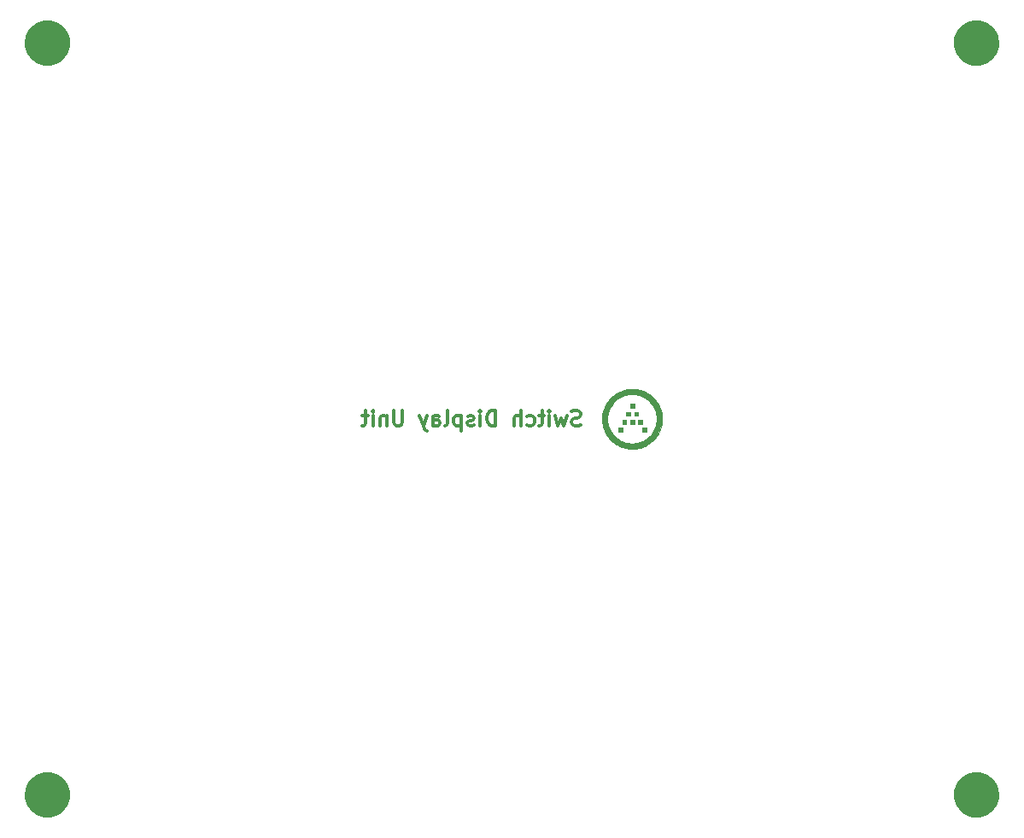
<source format=gbs>
G04 #@! TF.GenerationSoftware,KiCad,Pcbnew,(5.0.2)-1*
G04 #@! TF.CreationDate,2019-04-26T21:23:54-07:00*
G04 #@! TF.ProjectId,Summit Bottom,53756d6d-6974-4204-926f-74746f6d2e6b,rev?*
G04 #@! TF.SameCoordinates,Original*
G04 #@! TF.FileFunction,Soldermask,Bot*
G04 #@! TF.FilePolarity,Negative*
%FSLAX46Y46*%
G04 Gerber Fmt 4.6, Leading zero omitted, Abs format (unit mm)*
G04 Created by KiCad (PCBNEW (5.0.2)-1) date 4/26/2019 9:23:54 PM*
%MOMM*%
%LPD*%
G01*
G04 APERTURE LIST*
%ADD10C,0.300000*%
%ADD11C,0.010000*%
%ADD12C,0.100000*%
G04 APERTURE END LIST*
D10*
X92506250Y-74425892D02*
X92291964Y-74497321D01*
X91934821Y-74497321D01*
X91791964Y-74425892D01*
X91720535Y-74354464D01*
X91649107Y-74211607D01*
X91649107Y-74068750D01*
X91720535Y-73925892D01*
X91791964Y-73854464D01*
X91934821Y-73783035D01*
X92220535Y-73711607D01*
X92363392Y-73640178D01*
X92434821Y-73568750D01*
X92506250Y-73425892D01*
X92506250Y-73283035D01*
X92434821Y-73140178D01*
X92363392Y-73068750D01*
X92220535Y-72997321D01*
X91863392Y-72997321D01*
X91649107Y-73068750D01*
X91149107Y-73497321D02*
X90863392Y-74497321D01*
X90577678Y-73783035D01*
X90291964Y-74497321D01*
X90006250Y-73497321D01*
X89434821Y-74497321D02*
X89434821Y-73497321D01*
X89434821Y-72997321D02*
X89506250Y-73068750D01*
X89434821Y-73140178D01*
X89363392Y-73068750D01*
X89434821Y-72997321D01*
X89434821Y-73140178D01*
X88934821Y-73497321D02*
X88363392Y-73497321D01*
X88720535Y-72997321D02*
X88720535Y-74283035D01*
X88649107Y-74425892D01*
X88506250Y-74497321D01*
X88363392Y-74497321D01*
X87220535Y-74425892D02*
X87363392Y-74497321D01*
X87649107Y-74497321D01*
X87791964Y-74425892D01*
X87863392Y-74354464D01*
X87934821Y-74211607D01*
X87934821Y-73783035D01*
X87863392Y-73640178D01*
X87791964Y-73568750D01*
X87649107Y-73497321D01*
X87363392Y-73497321D01*
X87220535Y-73568750D01*
X86577678Y-74497321D02*
X86577678Y-72997321D01*
X85934821Y-74497321D02*
X85934821Y-73711607D01*
X86006250Y-73568750D01*
X86149107Y-73497321D01*
X86363392Y-73497321D01*
X86506250Y-73568750D01*
X86577678Y-73640178D01*
X84077678Y-74497321D02*
X84077678Y-72997321D01*
X83720535Y-72997321D01*
X83506250Y-73068750D01*
X83363392Y-73211607D01*
X83291964Y-73354464D01*
X83220535Y-73640178D01*
X83220535Y-73854464D01*
X83291964Y-74140178D01*
X83363392Y-74283035D01*
X83506250Y-74425892D01*
X83720535Y-74497321D01*
X84077678Y-74497321D01*
X82577678Y-74497321D02*
X82577678Y-73497321D01*
X82577678Y-72997321D02*
X82649107Y-73068750D01*
X82577678Y-73140178D01*
X82506250Y-73068750D01*
X82577678Y-72997321D01*
X82577678Y-73140178D01*
X81934821Y-74425892D02*
X81791964Y-74497321D01*
X81506250Y-74497321D01*
X81363392Y-74425892D01*
X81291964Y-74283035D01*
X81291964Y-74211607D01*
X81363392Y-74068750D01*
X81506250Y-73997321D01*
X81720535Y-73997321D01*
X81863392Y-73925892D01*
X81934821Y-73783035D01*
X81934821Y-73711607D01*
X81863392Y-73568750D01*
X81720535Y-73497321D01*
X81506250Y-73497321D01*
X81363392Y-73568750D01*
X80649107Y-73497321D02*
X80649107Y-74997321D01*
X80649107Y-73568750D02*
X80506250Y-73497321D01*
X80220535Y-73497321D01*
X80077678Y-73568750D01*
X80006250Y-73640178D01*
X79934821Y-73783035D01*
X79934821Y-74211607D01*
X80006250Y-74354464D01*
X80077678Y-74425892D01*
X80220535Y-74497321D01*
X80506250Y-74497321D01*
X80649107Y-74425892D01*
X79077678Y-74497321D02*
X79220535Y-74425892D01*
X79291964Y-74283035D01*
X79291964Y-72997321D01*
X77863392Y-74497321D02*
X77863392Y-73711607D01*
X77934821Y-73568750D01*
X78077678Y-73497321D01*
X78363392Y-73497321D01*
X78506250Y-73568750D01*
X77863392Y-74425892D02*
X78006250Y-74497321D01*
X78363392Y-74497321D01*
X78506250Y-74425892D01*
X78577678Y-74283035D01*
X78577678Y-74140178D01*
X78506250Y-73997321D01*
X78363392Y-73925892D01*
X78006250Y-73925892D01*
X77863392Y-73854464D01*
X77291964Y-73497321D02*
X76934821Y-74497321D01*
X76577678Y-73497321D02*
X76934821Y-74497321D01*
X77077678Y-74854464D01*
X77149107Y-74925892D01*
X77291964Y-74997321D01*
X74863392Y-72997321D02*
X74863392Y-74211607D01*
X74791964Y-74354464D01*
X74720535Y-74425892D01*
X74577678Y-74497321D01*
X74291964Y-74497321D01*
X74149107Y-74425892D01*
X74077678Y-74354464D01*
X74006250Y-74211607D01*
X74006250Y-72997321D01*
X73291964Y-73497321D02*
X73291964Y-74497321D01*
X73291964Y-73640178D02*
X73220535Y-73568750D01*
X73077678Y-73497321D01*
X72863392Y-73497321D01*
X72720535Y-73568750D01*
X72649107Y-73711607D01*
X72649107Y-74497321D01*
X71934821Y-74497321D02*
X71934821Y-73497321D01*
X71934821Y-72997321D02*
X72006250Y-73068750D01*
X71934821Y-73140178D01*
X71863392Y-73068750D01*
X71934821Y-72997321D01*
X71934821Y-73140178D01*
X71434821Y-73497321D02*
X70863392Y-73497321D01*
X71220535Y-72997321D02*
X71220535Y-74283035D01*
X71149107Y-74425892D01*
X71006250Y-74497321D01*
X70863392Y-74497321D01*
D11*
G04 #@! TO.C,G\002A\002A\002A*
G36*
X97440750Y-72739250D02*
X97845562Y-72739250D01*
X97845562Y-72334438D01*
X97440750Y-72334438D01*
X97440750Y-72739250D01*
X97440750Y-72739250D01*
G37*
X97440750Y-72739250D02*
X97845562Y-72739250D01*
X97845562Y-72334438D01*
X97440750Y-72334438D01*
X97440750Y-72739250D01*
G36*
X97035937Y-73525063D02*
X97440750Y-73525063D01*
X97440750Y-73144063D01*
X97035937Y-73144063D01*
X97035937Y-73525063D01*
X97035937Y-73525063D01*
G37*
X97035937Y-73525063D02*
X97440750Y-73525063D01*
X97440750Y-73144063D01*
X97035937Y-73144063D01*
X97035937Y-73525063D01*
G36*
X97845562Y-73525063D02*
X98226562Y-73525063D01*
X98226562Y-73144063D01*
X97845562Y-73144063D01*
X97845562Y-73525063D01*
X97845562Y-73525063D01*
G37*
X97845562Y-73525063D02*
X98226562Y-73525063D01*
X98226562Y-73144063D01*
X97845562Y-73144063D01*
X97845562Y-73525063D01*
G36*
X96654937Y-74334688D02*
X97035937Y-74334688D01*
X97035937Y-73929875D01*
X96654937Y-73929875D01*
X96654937Y-74334688D01*
X96654937Y-74334688D01*
G37*
X96654937Y-74334688D02*
X97035937Y-74334688D01*
X97035937Y-73929875D01*
X96654937Y-73929875D01*
X96654937Y-74334688D01*
G36*
X97440750Y-74334688D02*
X97845562Y-74334688D01*
X97845562Y-73929875D01*
X97440750Y-73929875D01*
X97440750Y-74334688D01*
X97440750Y-74334688D01*
G37*
X97440750Y-74334688D02*
X97845562Y-74334688D01*
X97845562Y-73929875D01*
X97440750Y-73929875D01*
X97440750Y-74334688D01*
G36*
X98226562Y-74334688D02*
X98631375Y-74334688D01*
X98631375Y-73929875D01*
X98226562Y-73929875D01*
X98226562Y-74334688D01*
X98226562Y-74334688D01*
G37*
X98226562Y-74334688D02*
X98631375Y-74334688D01*
X98631375Y-73929875D01*
X98226562Y-73929875D01*
X98226562Y-74334688D01*
G36*
X96250125Y-75120500D02*
X96654937Y-75120500D01*
X96654937Y-74715688D01*
X96250125Y-74715688D01*
X96250125Y-75120500D01*
X96250125Y-75120500D01*
G37*
X96250125Y-75120500D02*
X96654937Y-75120500D01*
X96654937Y-74715688D01*
X96250125Y-74715688D01*
X96250125Y-75120500D01*
G36*
X98631375Y-75120500D02*
X99036187Y-75120500D01*
X99036187Y-74715688D01*
X98631375Y-74715688D01*
X98631375Y-75120500D01*
X98631375Y-75120500D01*
G37*
X98631375Y-75120500D02*
X99036187Y-75120500D01*
X99036187Y-74715688D01*
X98631375Y-74715688D01*
X98631375Y-75120500D01*
G36*
X97627281Y-70846795D02*
X97503163Y-70848165D01*
X97391451Y-70852322D01*
X97288858Y-70859669D01*
X97192094Y-70870610D01*
X97097872Y-70885548D01*
X97002903Y-70904887D01*
X96903899Y-70929031D01*
X96858620Y-70941168D01*
X96650073Y-71006406D01*
X96447985Y-71085742D01*
X96253122Y-71178778D01*
X96066251Y-71285118D01*
X95888136Y-71404366D01*
X95735990Y-71522367D01*
X95578322Y-71663092D01*
X95430985Y-71814537D01*
X95294664Y-71975635D01*
X95170042Y-72145317D01*
X95057803Y-72322516D01*
X94958630Y-72506166D01*
X94873208Y-72695197D01*
X94802220Y-72888543D01*
X94753466Y-73056553D01*
X94720395Y-73196539D01*
X94695035Y-73328475D01*
X94676643Y-73457747D01*
X94664475Y-73589743D01*
X94657789Y-73729850D01*
X94657136Y-73755250D01*
X94659855Y-73973547D01*
X94678050Y-74188330D01*
X94711715Y-74399571D01*
X94760844Y-74607239D01*
X94825431Y-74811305D01*
X94889628Y-74975237D01*
X94917711Y-75040502D01*
X94941773Y-75094660D01*
X94963642Y-75141363D01*
X94985143Y-75184263D01*
X95008104Y-75227013D01*
X95034350Y-75273265D01*
X95063475Y-75322906D01*
X95182694Y-75509177D01*
X95312798Y-75683903D01*
X95453921Y-75847215D01*
X95606195Y-75999246D01*
X95769753Y-76140130D01*
X95944726Y-76269998D01*
X96127094Y-76386525D01*
X96179923Y-76417494D01*
X96225836Y-76443471D01*
X96268485Y-76466281D01*
X96311522Y-76487751D01*
X96358599Y-76509707D01*
X96413369Y-76533975D01*
X96474763Y-76560372D01*
X96570996Y-76599919D01*
X96659714Y-76632958D01*
X96746828Y-76661445D01*
X96838252Y-76687339D01*
X96920844Y-76708072D01*
X97085360Y-76743626D01*
X97242455Y-76769303D01*
X97396683Y-76785643D01*
X97552601Y-76793186D01*
X97643156Y-76793763D01*
X97694375Y-76793248D01*
X97742496Y-76792543D01*
X97784376Y-76791710D01*
X97816872Y-76790813D01*
X97836840Y-76789915D01*
X97837625Y-76789859D01*
X98053799Y-76765907D01*
X98266556Y-76726920D01*
X98475037Y-76673217D01*
X98678382Y-76605113D01*
X98875734Y-76522926D01*
X99066232Y-76426975D01*
X99249018Y-76317576D01*
X99399974Y-76212546D01*
X99572901Y-76074199D01*
X99733585Y-75925838D01*
X99881799Y-75767789D01*
X100017321Y-75600382D01*
X100139926Y-75423944D01*
X100249389Y-75238802D01*
X100345487Y-75045285D01*
X100427994Y-74843721D01*
X100496687Y-74634438D01*
X100508832Y-74591380D01*
X100535198Y-74489585D01*
X100556583Y-74393261D01*
X100573391Y-74299117D01*
X100586025Y-74203867D01*
X100594890Y-74104220D01*
X100600388Y-73996890D01*
X100602924Y-73878586D01*
X100603205Y-73822719D01*
X100602530Y-73767358D01*
X100070456Y-73767358D01*
X100070353Y-73847496D01*
X100068687Y-73927160D01*
X100065491Y-74002287D01*
X100060794Y-74068810D01*
X100057074Y-74104500D01*
X100025200Y-74301798D01*
X99978549Y-74493413D01*
X99917299Y-74678972D01*
X99841631Y-74858099D01*
X99751723Y-75030419D01*
X99647756Y-75195559D01*
X99529909Y-75353143D01*
X99398362Y-75502797D01*
X99376026Y-75526010D01*
X99241792Y-75653084D01*
X99096090Y-75771020D01*
X98941619Y-75877840D01*
X98781081Y-75971566D01*
X98735292Y-75995254D01*
X98660884Y-76031903D01*
X98595643Y-76062122D01*
X98535146Y-76087690D01*
X98474972Y-76110384D01*
X98410699Y-76131983D01*
X98345625Y-76151977D01*
X98156412Y-76201390D01*
X97970661Y-76235841D01*
X97786923Y-76255464D01*
X97603747Y-76260392D01*
X97419686Y-76250761D01*
X97353144Y-76243781D01*
X97165812Y-76214837D01*
X96986231Y-76173028D01*
X96811893Y-76117604D01*
X96640291Y-76047814D01*
X96543334Y-76001616D01*
X96372702Y-75908197D01*
X96213286Y-75804462D01*
X96064328Y-75689724D01*
X95925071Y-75563300D01*
X95794756Y-75424504D01*
X95672626Y-75272653D01*
X95564358Y-75117009D01*
X95539232Y-75075818D01*
X95509909Y-75023690D01*
X95478209Y-74964246D01*
X95445951Y-74901106D01*
X95414957Y-74837890D01*
X95387044Y-74778217D01*
X95364035Y-74725707D01*
X95350597Y-74691875D01*
X95287730Y-74500334D01*
X95240334Y-74307595D01*
X95208450Y-74114200D01*
X95192120Y-73920690D01*
X95191382Y-73727607D01*
X95206278Y-73535492D01*
X95236848Y-73344886D01*
X95246651Y-73298844D01*
X95280300Y-73162551D01*
X95318608Y-73036368D01*
X95363546Y-72914757D01*
X95417087Y-72792182D01*
X95454746Y-72714708D01*
X95548451Y-72545860D01*
X95655276Y-72385423D01*
X95774452Y-72234118D01*
X95905213Y-72092664D01*
X96046790Y-71961781D01*
X96198416Y-71842190D01*
X96359323Y-71734610D01*
X96528743Y-71639761D01*
X96672925Y-71572230D01*
X96844553Y-71505835D01*
X97017107Y-71453837D01*
X97192594Y-71415828D01*
X97373024Y-71391401D01*
X97560405Y-71380147D01*
X97623312Y-71379257D01*
X97821407Y-71385627D01*
X98013035Y-71406272D01*
X98198969Y-71441423D01*
X98379985Y-71491317D01*
X98556856Y-71556185D01*
X98730356Y-71636263D01*
X98901259Y-71731785D01*
X99001956Y-71795994D01*
X99141389Y-71897522D01*
X99275587Y-72012028D01*
X99402909Y-72137589D01*
X99521715Y-72272281D01*
X99630364Y-72414181D01*
X99727215Y-72561365D01*
X99810628Y-72711911D01*
X99845424Y-72784830D01*
X99906827Y-72929689D01*
X99957058Y-73068928D01*
X99997315Y-73206876D01*
X100028794Y-73347864D01*
X100052694Y-73496221D01*
X100061095Y-73564750D01*
X100065858Y-73621920D01*
X100068968Y-73690811D01*
X100070456Y-73767358D01*
X100602530Y-73767358D01*
X100601460Y-73679723D01*
X100595586Y-73548856D01*
X100585012Y-73426775D01*
X100569165Y-73310135D01*
X100547473Y-73195594D01*
X100519363Y-73079809D01*
X100484264Y-72959437D01*
X100441603Y-72831134D01*
X100425909Y-72786875D01*
X100347524Y-72592156D01*
X100254684Y-72403822D01*
X100147578Y-72222135D01*
X100026398Y-72047358D01*
X99891333Y-71879753D01*
X99742576Y-71719583D01*
X99580317Y-71567110D01*
X99473479Y-71476929D01*
X99387650Y-71411436D01*
X99290111Y-71344110D01*
X99184502Y-71277162D01*
X99074464Y-71212805D01*
X98963637Y-71153250D01*
X98855661Y-71100708D01*
X98849656Y-71097965D01*
X98779696Y-71068092D01*
X98698515Y-71036706D01*
X98610483Y-71005286D01*
X98519971Y-70975312D01*
X98431349Y-70948261D01*
X98348986Y-70925614D01*
X98317100Y-70917721D01*
X98223875Y-70896953D01*
X98134901Y-70880293D01*
X98046897Y-70867402D01*
X97956581Y-70857945D01*
X97860672Y-70851582D01*
X97755890Y-70847978D01*
X97638955Y-70846794D01*
X97627281Y-70846795D01*
X97627281Y-70846795D01*
G37*
X97627281Y-70846795D02*
X97503163Y-70848165D01*
X97391451Y-70852322D01*
X97288858Y-70859669D01*
X97192094Y-70870610D01*
X97097872Y-70885548D01*
X97002903Y-70904887D01*
X96903899Y-70929031D01*
X96858620Y-70941168D01*
X96650073Y-71006406D01*
X96447985Y-71085742D01*
X96253122Y-71178778D01*
X96066251Y-71285118D01*
X95888136Y-71404366D01*
X95735990Y-71522367D01*
X95578322Y-71663092D01*
X95430985Y-71814537D01*
X95294664Y-71975635D01*
X95170042Y-72145317D01*
X95057803Y-72322516D01*
X94958630Y-72506166D01*
X94873208Y-72695197D01*
X94802220Y-72888543D01*
X94753466Y-73056553D01*
X94720395Y-73196539D01*
X94695035Y-73328475D01*
X94676643Y-73457747D01*
X94664475Y-73589743D01*
X94657789Y-73729850D01*
X94657136Y-73755250D01*
X94659855Y-73973547D01*
X94678050Y-74188330D01*
X94711715Y-74399571D01*
X94760844Y-74607239D01*
X94825431Y-74811305D01*
X94889628Y-74975237D01*
X94917711Y-75040502D01*
X94941773Y-75094660D01*
X94963642Y-75141363D01*
X94985143Y-75184263D01*
X95008104Y-75227013D01*
X95034350Y-75273265D01*
X95063475Y-75322906D01*
X95182694Y-75509177D01*
X95312798Y-75683903D01*
X95453921Y-75847215D01*
X95606195Y-75999246D01*
X95769753Y-76140130D01*
X95944726Y-76269998D01*
X96127094Y-76386525D01*
X96179923Y-76417494D01*
X96225836Y-76443471D01*
X96268485Y-76466281D01*
X96311522Y-76487751D01*
X96358599Y-76509707D01*
X96413369Y-76533975D01*
X96474763Y-76560372D01*
X96570996Y-76599919D01*
X96659714Y-76632958D01*
X96746828Y-76661445D01*
X96838252Y-76687339D01*
X96920844Y-76708072D01*
X97085360Y-76743626D01*
X97242455Y-76769303D01*
X97396683Y-76785643D01*
X97552601Y-76793186D01*
X97643156Y-76793763D01*
X97694375Y-76793248D01*
X97742496Y-76792543D01*
X97784376Y-76791710D01*
X97816872Y-76790813D01*
X97836840Y-76789915D01*
X97837625Y-76789859D01*
X98053799Y-76765907D01*
X98266556Y-76726920D01*
X98475037Y-76673217D01*
X98678382Y-76605113D01*
X98875734Y-76522926D01*
X99066232Y-76426975D01*
X99249018Y-76317576D01*
X99399974Y-76212546D01*
X99572901Y-76074199D01*
X99733585Y-75925838D01*
X99881799Y-75767789D01*
X100017321Y-75600382D01*
X100139926Y-75423944D01*
X100249389Y-75238802D01*
X100345487Y-75045285D01*
X100427994Y-74843721D01*
X100496687Y-74634438D01*
X100508832Y-74591380D01*
X100535198Y-74489585D01*
X100556583Y-74393261D01*
X100573391Y-74299117D01*
X100586025Y-74203867D01*
X100594890Y-74104220D01*
X100600388Y-73996890D01*
X100602924Y-73878586D01*
X100603205Y-73822719D01*
X100602530Y-73767358D01*
X100070456Y-73767358D01*
X100070353Y-73847496D01*
X100068687Y-73927160D01*
X100065491Y-74002287D01*
X100060794Y-74068810D01*
X100057074Y-74104500D01*
X100025200Y-74301798D01*
X99978549Y-74493413D01*
X99917299Y-74678972D01*
X99841631Y-74858099D01*
X99751723Y-75030419D01*
X99647756Y-75195559D01*
X99529909Y-75353143D01*
X99398362Y-75502797D01*
X99376026Y-75526010D01*
X99241792Y-75653084D01*
X99096090Y-75771020D01*
X98941619Y-75877840D01*
X98781081Y-75971566D01*
X98735292Y-75995254D01*
X98660884Y-76031903D01*
X98595643Y-76062122D01*
X98535146Y-76087690D01*
X98474972Y-76110384D01*
X98410699Y-76131983D01*
X98345625Y-76151977D01*
X98156412Y-76201390D01*
X97970661Y-76235841D01*
X97786923Y-76255464D01*
X97603747Y-76260392D01*
X97419686Y-76250761D01*
X97353144Y-76243781D01*
X97165812Y-76214837D01*
X96986231Y-76173028D01*
X96811893Y-76117604D01*
X96640291Y-76047814D01*
X96543334Y-76001616D01*
X96372702Y-75908197D01*
X96213286Y-75804462D01*
X96064328Y-75689724D01*
X95925071Y-75563300D01*
X95794756Y-75424504D01*
X95672626Y-75272653D01*
X95564358Y-75117009D01*
X95539232Y-75075818D01*
X95509909Y-75023690D01*
X95478209Y-74964246D01*
X95445951Y-74901106D01*
X95414957Y-74837890D01*
X95387044Y-74778217D01*
X95364035Y-74725707D01*
X95350597Y-74691875D01*
X95287730Y-74500334D01*
X95240334Y-74307595D01*
X95208450Y-74114200D01*
X95192120Y-73920690D01*
X95191382Y-73727607D01*
X95206278Y-73535492D01*
X95236848Y-73344886D01*
X95246651Y-73298844D01*
X95280300Y-73162551D01*
X95318608Y-73036368D01*
X95363546Y-72914757D01*
X95417087Y-72792182D01*
X95454746Y-72714708D01*
X95548451Y-72545860D01*
X95655276Y-72385423D01*
X95774452Y-72234118D01*
X95905213Y-72092664D01*
X96046790Y-71961781D01*
X96198416Y-71842190D01*
X96359323Y-71734610D01*
X96528743Y-71639761D01*
X96672925Y-71572230D01*
X96844553Y-71505835D01*
X97017107Y-71453837D01*
X97192594Y-71415828D01*
X97373024Y-71391401D01*
X97560405Y-71380147D01*
X97623312Y-71379257D01*
X97821407Y-71385627D01*
X98013035Y-71406272D01*
X98198969Y-71441423D01*
X98379985Y-71491317D01*
X98556856Y-71556185D01*
X98730356Y-71636263D01*
X98901259Y-71731785D01*
X99001956Y-71795994D01*
X99141389Y-71897522D01*
X99275587Y-72012028D01*
X99402909Y-72137589D01*
X99521715Y-72272281D01*
X99630364Y-72414181D01*
X99727215Y-72561365D01*
X99810628Y-72711911D01*
X99845424Y-72784830D01*
X99906827Y-72929689D01*
X99957058Y-73068928D01*
X99997315Y-73206876D01*
X100028794Y-73347864D01*
X100052694Y-73496221D01*
X100061095Y-73564750D01*
X100065858Y-73621920D01*
X100068968Y-73690811D01*
X100070456Y-73767358D01*
X100602530Y-73767358D01*
X100601460Y-73679723D01*
X100595586Y-73548856D01*
X100585012Y-73426775D01*
X100569165Y-73310135D01*
X100547473Y-73195594D01*
X100519363Y-73079809D01*
X100484264Y-72959437D01*
X100441603Y-72831134D01*
X100425909Y-72786875D01*
X100347524Y-72592156D01*
X100254684Y-72403822D01*
X100147578Y-72222135D01*
X100026398Y-72047358D01*
X99891333Y-71879753D01*
X99742576Y-71719583D01*
X99580317Y-71567110D01*
X99473479Y-71476929D01*
X99387650Y-71411436D01*
X99290111Y-71344110D01*
X99184502Y-71277162D01*
X99074464Y-71212805D01*
X98963637Y-71153250D01*
X98855661Y-71100708D01*
X98849656Y-71097965D01*
X98779696Y-71068092D01*
X98698515Y-71036706D01*
X98610483Y-71005286D01*
X98519971Y-70975312D01*
X98431349Y-70948261D01*
X98348986Y-70925614D01*
X98317100Y-70917721D01*
X98223875Y-70896953D01*
X98134901Y-70880293D01*
X98046897Y-70867402D01*
X97956581Y-70857945D01*
X97860672Y-70851582D01*
X97755890Y-70847978D01*
X97638955Y-70846794D01*
X97627281Y-70846795D01*
D12*
G36*
X39995945Y-108891254D02*
X40344093Y-108960504D01*
X40753749Y-109130189D01*
X41122429Y-109376534D01*
X41435966Y-109690071D01*
X41682311Y-110058751D01*
X41851996Y-110468407D01*
X41902836Y-110724000D01*
X41938500Y-110903294D01*
X41938500Y-111346706D01*
X41921246Y-111433445D01*
X41851996Y-111781593D01*
X41682311Y-112191249D01*
X41435966Y-112559929D01*
X41122429Y-112873466D01*
X40753749Y-113119811D01*
X40344093Y-113289496D01*
X39995945Y-113358746D01*
X39909206Y-113376000D01*
X39465794Y-113376000D01*
X39379055Y-113358746D01*
X39030907Y-113289496D01*
X38621251Y-113119811D01*
X38252571Y-112873466D01*
X37939034Y-112559929D01*
X37692689Y-112191249D01*
X37523004Y-111781593D01*
X37453754Y-111433445D01*
X37436500Y-111346706D01*
X37436500Y-110903294D01*
X37472164Y-110724000D01*
X37523004Y-110468407D01*
X37692689Y-110058751D01*
X37939034Y-109690071D01*
X38252571Y-109376534D01*
X38621251Y-109130189D01*
X39030907Y-108960504D01*
X39379055Y-108891254D01*
X39465794Y-108874000D01*
X39909206Y-108874000D01*
X39995945Y-108891254D01*
X39995945Y-108891254D01*
G37*
G36*
X132070945Y-108891254D02*
X132419093Y-108960504D01*
X132828749Y-109130189D01*
X133197429Y-109376534D01*
X133510966Y-109690071D01*
X133757311Y-110058751D01*
X133926996Y-110468407D01*
X133977836Y-110724000D01*
X134013500Y-110903294D01*
X134013500Y-111346706D01*
X133996246Y-111433445D01*
X133926996Y-111781593D01*
X133757311Y-112191249D01*
X133510966Y-112559929D01*
X133197429Y-112873466D01*
X132828749Y-113119811D01*
X132419093Y-113289496D01*
X132070945Y-113358746D01*
X131984206Y-113376000D01*
X131540794Y-113376000D01*
X131454055Y-113358746D01*
X131105907Y-113289496D01*
X130696251Y-113119811D01*
X130327571Y-112873466D01*
X130014034Y-112559929D01*
X129767689Y-112191249D01*
X129598004Y-111781593D01*
X129528754Y-111433445D01*
X129511500Y-111346706D01*
X129511500Y-110903294D01*
X129547164Y-110724000D01*
X129598004Y-110468407D01*
X129767689Y-110058751D01*
X130014034Y-109690071D01*
X130327571Y-109376534D01*
X130696251Y-109130189D01*
X131105907Y-108960504D01*
X131454055Y-108891254D01*
X131540794Y-108874000D01*
X131984206Y-108874000D01*
X132070945Y-108891254D01*
X132070945Y-108891254D01*
G37*
G36*
X132070945Y-34278754D02*
X132419093Y-34348004D01*
X132828749Y-34517689D01*
X133197429Y-34764034D01*
X133510966Y-35077571D01*
X133757311Y-35446251D01*
X133926996Y-35855907D01*
X133977836Y-36111500D01*
X134013500Y-36290794D01*
X134013500Y-36734206D01*
X133996246Y-36820945D01*
X133926996Y-37169093D01*
X133757311Y-37578749D01*
X133510966Y-37947429D01*
X133197429Y-38260966D01*
X132828749Y-38507311D01*
X132419093Y-38676996D01*
X132070945Y-38746246D01*
X131984206Y-38763500D01*
X131540794Y-38763500D01*
X131454055Y-38746246D01*
X131105907Y-38676996D01*
X130696251Y-38507311D01*
X130327571Y-38260966D01*
X130014034Y-37947429D01*
X129767689Y-37578749D01*
X129598004Y-37169093D01*
X129528754Y-36820945D01*
X129511500Y-36734206D01*
X129511500Y-36290794D01*
X129547164Y-36111500D01*
X129598004Y-35855907D01*
X129767689Y-35446251D01*
X130014034Y-35077571D01*
X130327571Y-34764034D01*
X130696251Y-34517689D01*
X131105907Y-34348004D01*
X131454055Y-34278754D01*
X131540794Y-34261500D01*
X131984206Y-34261500D01*
X132070945Y-34278754D01*
X132070945Y-34278754D01*
G37*
G36*
X39995945Y-34278754D02*
X40344093Y-34348004D01*
X40753749Y-34517689D01*
X41122429Y-34764034D01*
X41435966Y-35077571D01*
X41682311Y-35446251D01*
X41851996Y-35855907D01*
X41902836Y-36111500D01*
X41938500Y-36290794D01*
X41938500Y-36734206D01*
X41921246Y-36820945D01*
X41851996Y-37169093D01*
X41682311Y-37578749D01*
X41435966Y-37947429D01*
X41122429Y-38260966D01*
X40753749Y-38507311D01*
X40344093Y-38676996D01*
X39995945Y-38746246D01*
X39909206Y-38763500D01*
X39465794Y-38763500D01*
X39379055Y-38746246D01*
X39030907Y-38676996D01*
X38621251Y-38507311D01*
X38252571Y-38260966D01*
X37939034Y-37947429D01*
X37692689Y-37578749D01*
X37523004Y-37169093D01*
X37453754Y-36820945D01*
X37436500Y-36734206D01*
X37436500Y-36290794D01*
X37472164Y-36111500D01*
X37523004Y-35855907D01*
X37692689Y-35446251D01*
X37939034Y-35077571D01*
X38252571Y-34764034D01*
X38621251Y-34517689D01*
X39030907Y-34348004D01*
X39379055Y-34278754D01*
X39465794Y-34261500D01*
X39909206Y-34261500D01*
X39995945Y-34278754D01*
X39995945Y-34278754D01*
G37*
M02*

</source>
